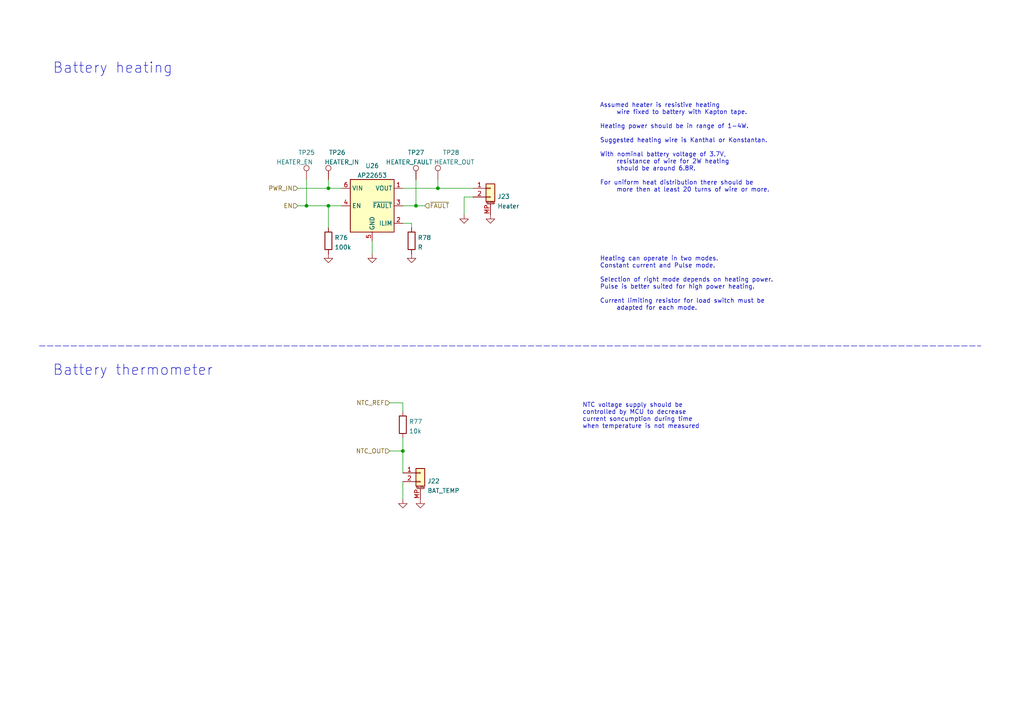
<source format=kicad_sch>
(kicad_sch (version 20210621) (generator eeschema)
  (paper "A4")
  (title_block (title "BUTCube - EPS") (date "2021-06-01") (rev "v1.0") (company "VUT - FIT(STRaDe) & FME(IAE & IPE)") (comment 1 "Author: Petr Malaník"))
  (lib_symbols
    (symbol "Connector:TestPoint" (pin_numbers hide) (pin_names (offset 0.762) hide)
      (property "Reference" "TP" (at 0 6.858 0))
      (property "Value" "TestPoint" (at 0 5.08 0))
      (symbol "TestPoint_0_1"
        (circle (center 0 3.302) (radius 0.762))
      )
      (symbol "TestPoint_1_1"
        (pin passive line (at 0 0 90) (length 2.54) (name "1") (number "1"))
      )
    )
    (symbol "Connector_Generic_MountingPin:Conn_01x02_MountingPin" (pin_names (offset 1.016) hide)
      (property "Reference" "J" (at 0 2.54 0))
      (property "Value" "Conn_01x02_MountingPin" (at 1.27 -5.08 0))
      (symbol "Conn_01x02_MountingPin_1_1"
        (text "Mounting" (at 0 -4.191 0) (effects (font (size 0.381 0.381))))
        (rectangle (start -1.27 -2.413) (end 0 -2.667) (stroke (width 0.1524)))
        (rectangle (start -1.27 0.127) (end 0 -0.127) (stroke (width 0.1524)))
        (rectangle (start -1.27 1.27) (end 1.27 -3.81) (stroke (width 0.254)) (fill (type background)))
        (polyline (pts (xy -1.016 -4.572) (xy 1.016 -4.572)) (stroke (width 0.1524)))
        (pin passive line (at -5.08 0 0) (length 3.81) (name "Pin_1") (number "1"))
        (pin passive line (at -5.08 -2.54 0) (length 3.81) (name "Pin_2") (number "2"))
        (pin passive line (at 0 -7.62 90) (length 3.048) (name "MountPin") (number "MP"))
      )
    )
    (symbol "Device:R" (pin_numbers hide) (pin_names (offset 0))
      (property "Reference" "R" (at 2.032 0 90))
      (property "Value" "R" (at 0 0 90))
      (symbol "R_0_1"
        (rectangle (start -1.016 -2.54) (end 1.016 2.54) (stroke (width 0.254)))
      )
      (symbol "R_1_1"
        (pin passive line (at 0 3.81 270) (length 1.27) (name "~") (number "1"))
        (pin passive line (at 0 -3.81 90) (length 1.27) (name "~") (number "2"))
      )
    )
    (symbol "TCY_power_management:AP22653"
      (property "Reference" "U" (at 8.89 7.62 0))
      (property "Value" "AP22653" (at 0 7.62 0))
      (symbol "AP22653_0_1"
        (rectangle (start -6.35 5.08) (end 6.35 -10.16) (stroke (width 0.254)) (fill (type background)))
      )
      (symbol "AP22653_1_1"
        (pin power_out line (at 8.89 2.54 180) (length 2.54) (name "VOUT") (number "1"))
        (pin passive line (at 8.89 -7.62 180) (length 2.54) (name "ILIM") (number "2"))
        (pin output line (at 8.89 -2.54 180) (length 2.54) (name "~{FAULT}") (number "3"))
        (pin input line (at -8.89 -2.54 0) (length 2.54) (name "EN") (number "4"))
        (pin passive line (at 0 -12.7 90) (length 2.54) (name "GND") (number "5"))
        (pin power_in line (at -8.89 2.54 0) (length 2.54) (name "VIN") (number "6"))
        (pin passive line (at 0 -12.7 90) (length 2.54) hide (name "E_PAD") (number "7"))
      )
    )
    (symbol "power:GND" (power) (pin_names (offset 0))
      (property "Value" "GND" (at 0 -3.81 0))
      (symbol "GND_0_1"
        (polyline (pts (xy 0 0) (xy 0 -1.27) (xy 1.27 -1.27) (xy 0 -2.54) (xy -1.27 -1.27) (xy 0 -1.27)))
      )
      (symbol "GND_1_1"
        (pin power_in line (at 0 0 270) (length 0) hide (name "GND") (number "1"))
      )
    )
  )
  (junction (at 88.9 59.69) (diameter 0.9144))
  (junction (at 95.25 54.61) (diameter 0.9144))
  (junction (at 95.25 59.69) (diameter 0.9144))
  (junction (at 116.84 130.81) (diameter 0.9144))
  (junction (at 120.65 59.69) (diameter 0.9144))
  (junction (at 127 54.61) (diameter 0.9144))
  (wire (pts (xy 86.36 54.61) (xy 95.25 54.61)))
  (wire (pts (xy 86.36 59.69) (xy 88.9 59.69)))
  (wire (pts (xy 88.9 52.07) (xy 88.9 59.69)))
  (wire (pts (xy 88.9 59.69) (xy 95.25 59.69)))
  (wire (pts (xy 95.25 52.07) (xy 95.25 54.61)))
  (wire (pts (xy 95.25 54.61) (xy 99.06 54.61)))
  (wire (pts (xy 95.25 59.69) (xy 99.06 59.69)))
  (wire (pts (xy 95.25 66.04) (xy 95.25 59.69)))
  (wire (pts (xy 107.95 69.85) (xy 107.95 73.66)))
  (wire (pts (xy 113.03 116.84) (xy 116.84 116.84)))
  (wire (pts (xy 113.03 130.81) (xy 116.84 130.81)))
  (wire (pts (xy 116.84 54.61) (xy 127 54.61)))
  (wire (pts (xy 116.84 59.69) (xy 120.65 59.69)))
  (wire (pts (xy 116.84 64.77) (xy 119.38 64.77)))
  (wire (pts (xy 116.84 116.84) (xy 116.84 119.38)))
  (wire (pts (xy 116.84 127) (xy 116.84 130.81)))
  (wire (pts (xy 116.84 130.81) (xy 116.84 137.16)))
  (wire (pts (xy 116.84 139.7) (xy 116.84 144.78)))
  (wire (pts (xy 119.38 64.77) (xy 119.38 66.04)))
  (wire (pts (xy 120.65 52.07) (xy 120.65 59.69)))
  (wire (pts (xy 120.65 59.69) (xy 123.19 59.69)))
  (wire (pts (xy 127 52.07) (xy 127 54.61)))
  (wire (pts (xy 127 54.61) (xy 137.16 54.61)))
  (wire (pts (xy 134.62 57.15) (xy 134.62 62.23)))
  (wire (pts (xy 137.16 57.15) (xy 134.62 57.15)))
  (polyline (pts (xy 11.43 100.33) (xy 284.48 100.33)) (stroke (width 0) (type dash)))
  (text "Battery heating" (at 15.24 21.59 0) (effects (font (size 3 3)) (justify left bottom)))
  (text "Battery thermometer" (at 15.24 109.22 0) (effects (font (size 3 3)) (justify left bottom)))
  (text "NTC voltage supply should be\ncontrolled by MCU to decrease\ncurrent soncumption during time\nwhen temperature is not measured" (at 168.91 124.46 0) (effects (font (size 1.27 1.27)) (justify left bottom)))
  (text "Assumed heater is resistive heating\n	wire fixed to battery with Kapton tape.\n\nHeating power should be in range of 1-4W.\n\nSuggested heating wire is Kanthal or Konstantan.\n\nWith nominal battery voltage of 3.7V,\n	resistance of wire for 2W heating\n	should be around 6.8R.\n\nFor uniform heat distribution there should be\n	more then at least 20 turns of wire or more." (at 173.99 55.88 0) (effects (font (size 1.27 1.27)) (justify left bottom)))
  (text "Heating can operate in two modes.\nConstant current and Pulse mode.\n\nSelection of right mode depends on heating power.\nPulse is better suited for high power heating.\n\nCurrent limiting resistor for load switch must be\n	adapted for each mode." (at 173.99 90.17 0) (effects (font (size 1.27 1.27)) (justify left bottom)))
  (hierarchical_label "PWR_IN" (shape input) (at 86.36 54.61 180))
  (hierarchical_label "EN" (shape input) (at 86.36 59.69 180))
  (hierarchical_label "NTC_REF" (shape input) (at 113.03 116.84 180))
  (hierarchical_label "NTC_OUT" (shape input) (at 113.03 130.81 180))
  (hierarchical_label "~{FAULT}" (shape input) (at 123.19 59.69 0))
  (symbol (lib_id "Connector:TestPoint") (at 88.9 52.07 0)
    (property "Reference" "TP25" (at 86.4871 44.24 0) (effects (justify left)))
    (property "Value" "HEATER_EN" (at 80.1371 47.0151 0) (effects (justify left)))
    (property "Footprint" "TCY_connectors:TestPoint_Pad_D0.5mm" (effects hide))
  )
  (symbol (lib_id "Connector:TestPoint") (at 95.25 52.07 0)
    (property "Reference" "TP26" (at 95.3771 44.24 0) (effects (justify left)))
    (property "Value" "HEATER_IN" (at 94.1071 47.0151 0) (effects (justify left)))
    (property "Footprint" "TCY_connectors:TestPoint_Pad_D0.5mm" (effects hide))
  )
  (symbol (lib_id "Connector:TestPoint") (at 120.65 52.07 0)
    (property "Reference" "TP27" (at 118.2371 44.24 0) (effects (justify left)))
    (property "Value" "HEATER_FAULT" (at 111.8871 47.0151 0) (effects (justify left)))
    (property "Footprint" "TCY_connectors:TestPoint_Pad_D0.5mm" (effects hide))
  )
  (symbol (lib_id "Connector:TestPoint") (at 127 52.07 0)
    (property "Reference" "TP28" (at 128.3971 44.24 0) (effects (justify left)))
    (property "Value" "HEATER_OUT" (at 125.8571 47.0151 0) (effects (justify left)))
    (property "Footprint" "TCY_connectors:TestPoint_Pad_D0.5mm" (effects hide))
  )
  (symbol (lib_id "power:GND") (at 95.25 73.66 0)
    (property "Reference" "#PWR0187" (effects hide))
    (property "Value" "GND" (effects hide))
  )
  (symbol (lib_id "power:GND") (at 107.95 73.66 0)
    (property "Reference" "#PWR0325" (effects hide))
    (property "Value" "GND" (effects hide))
  )
  (symbol (lib_id "power:GND") (at 116.84 144.78 0)
    (property "Reference" "#PWR0188" (effects hide))
    (property "Value" "GND" (effects hide))
  )
  (symbol (lib_id "power:GND") (at 119.38 73.66 0)
    (property "Reference" "#PWR0189" (effects hide))
    (property "Value" "GND" (effects hide))
  )
  (symbol (lib_id "power:GND") (at 121.92 144.78 0)
    (property "Reference" "#PWR0190" (effects hide))
    (property "Value" "GND" (effects hide))
  )
  (symbol (lib_id "power:GND") (at 134.62 62.23 0)
    (property "Reference" "#PWR0191" (effects hide))
    (property "Value" "GND" (effects hide))
  )
  (symbol (lib_id "power:GND") (at 142.24 62.23 0)
    (property "Reference" "#PWR0192" (effects hide))
    (property "Value" "GND" (effects hide))
  )
  (symbol (lib_id "Device:R") (at 95.25 69.85 0)
    (property "Reference" "R76" (at 97.0281 68.9415 0) (effects (justify left)))
    (property "Value" "100k" (at 97.0281 71.7166 0) (effects (justify left)))
  )
  (symbol (lib_id "Device:R") (at 116.84 123.19 0)
    (property "Reference" "R77" (at 118.6181 122.2815 0) (effects (justify left)))
    (property "Value" "10k" (at 118.6181 125.0566 0) (effects (justify left)))
  )
  (symbol (lib_id "Device:R") (at 119.38 69.85 0)
    (property "Reference" "R78" (at 121.1581 68.9415 0) (effects (justify left)))
    (property "Value" "R" (at 121.1581 71.7166 0) (effects (justify left)))
  )
  (symbol (lib_id "Connector_Generic_MountingPin:Conn_01x02_MountingPin") (at 121.92 137.16 0)
    (property "Reference" "J22" (at 123.9521 139.5535 0) (effects (justify left)))
    (property "Value" "BAT_TEMP" (at 123.9521 142.3286 0) (effects (justify left)))
  )
  (symbol (lib_id "Connector_Generic_MountingPin:Conn_01x02_MountingPin") (at 142.24 54.61 0)
    (property "Reference" "J23" (at 144.2721 57.0035 0) (effects (justify left)))
    (property "Value" "Heater" (at 144.2721 59.7786 0) (effects (justify left)))
  )
  (symbol (lib_id "TCY_power_management:AP22653") (at 107.95 57.15 0)
    (property "Reference" "U26" (at 107.95 48.1034 0))
    (property "Value" "AP22653" (at 107.95 50.8785 0))
    (property "Footprint" "Package_DFN_QFN:DFN-6-1EP_2x2mm_P0.65mm_EP1x1.6mm" (effects hide))
    (property "Datasheet" "https://www.diodes.com/assets/Datasheets/AP22652_53_52A_53A.pdf" (effects hide))
  )
)
</source>
